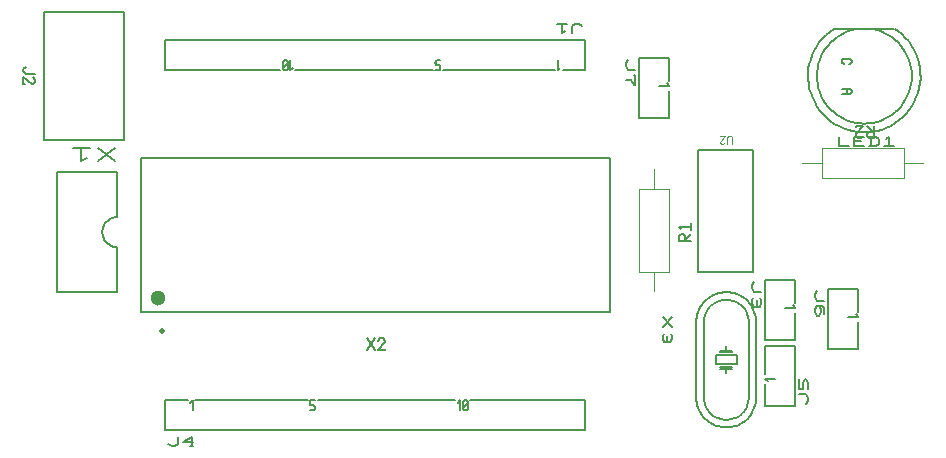
<source format=gbr>
G04 Generated by Ultiboard 14.0 *
%FSLAX24Y24*%
%MOIN*%

%ADD10C,0.0001*%
%ADD11C,0.0080*%
%ADD12C,0.0044*%
%ADD13C,0.0079*%
%ADD14C,0.0039*%
%ADD15C,0.0061*%
%ADD16C,0.01969*%
%ADD17C,0.05118*%


G04 ColorRGB FFFF00 for the following layer *
%LNSilkscreen Top*%
%LPD*%
G54D10*
G54D11*
X31576Y17263D02*
X31278Y16930D01*
X31278Y17263D02*
X31576Y16930D01*
X31546Y16708D02*
X31576Y16652D01*
X31576Y16541D01*
X31516Y16430D01*
X31457Y16430D01*
X31427Y16485D01*
X31397Y16430D01*
X31338Y16430D01*
X31278Y16541D01*
X31278Y16652D01*
X31308Y16708D01*
X31427Y16652D02*
X31427Y16485D01*
X32400Y17092D02*
X32400Y14592D01*
X32650Y17092D02*
X32650Y14592D01*
X34150Y17092D02*
X34150Y14592D01*
X34400Y17092D02*
X34400Y14592D01*
X33050Y15992D02*
X33050Y15692D01*
X33750Y15692D02*
X33750Y15992D01*
X34400Y17092D02*
X34396Y17179D01*
X34385Y17265D01*
X34366Y17350D01*
X34340Y17434D01*
X34306Y17514D01*
X34266Y17592D01*
X34219Y17665D01*
X34166Y17734D01*
X34107Y17799D01*
X34043Y17858D01*
X33974Y17911D01*
X33900Y17958D01*
X33823Y17998D01*
X33742Y18031D01*
X33659Y18058D01*
X33574Y18076D01*
X33487Y18088D01*
X33400Y18092D01*
X33313Y18088D01*
X33226Y18076D01*
X33141Y18058D01*
X33058Y18031D01*
X32977Y17998D01*
X32900Y17958D01*
X32826Y17911D01*
X32757Y17858D01*
X32693Y17799D01*
X32634Y17734D01*
X32581Y17665D01*
X32534Y17592D01*
X32494Y17514D01*
X32460Y17434D01*
X32434Y17350D01*
X32415Y17265D01*
X32404Y17179D01*
X32400Y17092D01*
X32400Y17092D01*
X34150Y17092D02*
X34147Y17157D01*
X34139Y17222D01*
X34124Y17286D01*
X34105Y17348D01*
X34080Y17409D01*
X34050Y17467D01*
X34014Y17522D01*
X33975Y17574D01*
X33930Y17622D01*
X33882Y17666D01*
X33830Y17706D01*
X33775Y17741D01*
X33717Y17771D01*
X33657Y17796D01*
X33594Y17816D01*
X33530Y17830D01*
X33465Y17839D01*
X33400Y17842D01*
X33335Y17839D01*
X33270Y17830D01*
X33206Y17816D01*
X33143Y17796D01*
X33083Y17771D01*
X33025Y17741D01*
X32970Y17706D01*
X32918Y17666D01*
X32870Y17622D01*
X32825Y17574D01*
X32786Y17522D01*
X32750Y17467D01*
X32720Y17409D01*
X32695Y17348D01*
X32676Y17286D01*
X32661Y17222D01*
X32653Y17157D01*
X32650Y17092D01*
X32650Y17092D01*
X33750Y15992D02*
X33050Y15992D01*
X33200Y16092D02*
X33600Y16092D01*
X33600Y16142D02*
X33200Y16142D01*
X33400Y16142D02*
X33400Y16292D01*
X32400Y14592D02*
X32404Y14504D01*
X32415Y14418D01*
X32434Y14333D01*
X32460Y14250D01*
X32494Y14169D01*
X32534Y14092D01*
X32581Y14018D01*
X32634Y13949D01*
X32693Y13885D01*
X32757Y13826D01*
X32826Y13773D01*
X32900Y13726D01*
X32977Y13685D01*
X33058Y13652D01*
X33141Y13626D01*
X33226Y13607D01*
X33313Y13595D01*
X33400Y13592D01*
X33487Y13595D01*
X33574Y13607D01*
X33659Y13626D01*
X33742Y13652D01*
X33823Y13685D01*
X33900Y13726D01*
X33974Y13773D01*
X34043Y13826D01*
X34107Y13885D01*
X34166Y13949D01*
X34219Y14018D01*
X34266Y14092D01*
X34306Y14169D01*
X34340Y14250D01*
X34366Y14333D01*
X34385Y14418D01*
X34396Y14504D01*
X34400Y14592D01*
X34400Y14592D01*
X32650Y14592D02*
X32653Y14526D01*
X32661Y14461D01*
X32676Y14398D01*
X32695Y14335D01*
X32720Y14275D01*
X32750Y14217D01*
X32786Y14161D01*
X32825Y14110D01*
X32870Y14061D01*
X32918Y14017D01*
X32970Y13977D01*
X33025Y13942D01*
X33083Y13912D01*
X33143Y13887D01*
X33206Y13867D01*
X33270Y13853D01*
X33335Y13845D01*
X33400Y13842D01*
X33465Y13845D01*
X33530Y13853D01*
X33594Y13867D01*
X33657Y13887D01*
X33717Y13912D01*
X33775Y13942D01*
X33830Y13977D01*
X33882Y14017D01*
X33930Y14061D01*
X33975Y14110D01*
X34014Y14161D01*
X34050Y14217D01*
X34080Y14275D01*
X34105Y14335D01*
X34124Y14398D01*
X34139Y14461D01*
X34147Y14526D01*
X34150Y14592D01*
X34150Y14592D01*
X33750Y15692D02*
X33050Y15692D01*
X33600Y15592D02*
X33200Y15592D01*
X33600Y15542D02*
X33200Y15542D01*
X33400Y15542D02*
X33400Y15392D01*
X13017Y22485D02*
X12461Y22908D01*
X13017Y22908D02*
X12461Y22485D01*
X12091Y22570D02*
X11906Y22485D01*
X11906Y22908D01*
X12184Y22908D02*
X11628Y22908D01*
X13100Y18100D02*
X13100Y19600D01*
X11100Y22100D02*
X11100Y18100D01*
X13100Y22100D02*
X11100Y22100D01*
X13100Y20600D02*
X13056Y20598D01*
X13013Y20592D01*
X12971Y20583D01*
X12929Y20570D01*
X12889Y20553D01*
X12850Y20533D01*
X12813Y20510D01*
X12779Y20483D01*
X12746Y20454D01*
X12717Y20421D01*
X12690Y20387D01*
X12667Y20350D01*
X12647Y20311D01*
X12630Y20271D01*
X12617Y20229D01*
X12608Y20187D01*
X12602Y20144D01*
X12600Y20100D01*
X12602Y20056D01*
X12608Y20013D01*
X12617Y19971D01*
X12630Y19929D01*
X12647Y19889D01*
X12667Y19850D01*
X12690Y19813D01*
X12717Y19779D01*
X12746Y19746D01*
X12779Y19717D01*
X12813Y19690D01*
X12850Y19667D01*
X12889Y19647D01*
X12929Y19630D01*
X12971Y19617D01*
X13013Y19608D01*
X13056Y19602D01*
X13100Y19600D01*
X13100Y20600D02*
X13100Y22100D01*
X11100Y18100D02*
X13100Y18100D01*
X37156Y23270D02*
X37156Y22973D01*
X37489Y22973D01*
X37989Y22973D02*
X37656Y22973D01*
X37656Y23121D01*
X37656Y23270D01*
X37989Y23270D01*
X37656Y23121D02*
X37878Y23121D01*
X38156Y22973D02*
X38378Y22973D01*
X38489Y23032D01*
X38489Y23211D01*
X38378Y23270D01*
X38156Y23270D01*
X38211Y23270D02*
X38211Y22973D01*
X38711Y23211D02*
X38822Y23270D01*
X38822Y22973D01*
X38656Y22973D02*
X38989Y22973D01*
X36979Y26873D02*
X36846Y26778D01*
X36721Y26671D01*
X36607Y26555D01*
X36503Y26428D01*
X36410Y26294D01*
X36329Y26151D01*
X36262Y26002D01*
X36207Y25848D01*
X36166Y25690D01*
X36139Y25529D01*
X36126Y25365D01*
X36128Y25202D01*
X36143Y25039D01*
X36173Y24878D01*
X36217Y24721D01*
X36274Y24567D01*
X36344Y24420D01*
X36427Y24279D01*
X36522Y24146D01*
X36629Y24021D01*
X36745Y23907D01*
X36872Y23803D01*
X37006Y23710D01*
X37149Y23629D01*
X37298Y23562D01*
X37452Y23507D01*
X37610Y23466D01*
X37771Y23439D01*
X37935Y23426D01*
X38098Y23428D01*
X38261Y23443D01*
X38422Y23473D01*
X38579Y23517D01*
X38733Y23574D01*
X38880Y23644D01*
X39021Y23727D01*
X39154Y23822D01*
X39279Y23929D01*
X39393Y24045D01*
X39497Y24172D01*
X39590Y24306D01*
X39671Y24449D01*
X39738Y24598D01*
X39793Y24752D01*
X39834Y24910D01*
X39861Y25071D01*
X39874Y25235D01*
X39872Y25398D01*
X39857Y25561D01*
X39827Y25722D01*
X39783Y25879D01*
X39726Y26033D01*
X39656Y26180D01*
X39573Y26321D01*
X39478Y26454D01*
X39371Y26579D01*
X39255Y26693D01*
X39128Y26797D01*
X39021Y26873D01*
X38000Y23717D02*
X38138Y23723D01*
X38275Y23741D01*
X38410Y23771D01*
X38542Y23812D01*
X38669Y23865D01*
X38792Y23929D01*
X38908Y24003D01*
X39018Y24087D01*
X39120Y24180D01*
X39213Y24282D01*
X39297Y24392D01*
X39371Y24508D01*
X39435Y24631D01*
X39488Y24758D01*
X39529Y24890D01*
X39559Y25025D01*
X39577Y25162D01*
X39583Y25300D01*
X39577Y25438D01*
X39559Y25575D01*
X39529Y25710D01*
X39488Y25842D01*
X39435Y25969D01*
X39371Y26092D01*
X39297Y26208D01*
X39213Y26318D01*
X39120Y26420D01*
X39018Y26513D01*
X38908Y26597D01*
X38792Y26671D01*
X38669Y26735D01*
X38542Y26788D01*
X38410Y26829D01*
X38275Y26859D01*
X38138Y26877D01*
X38000Y26883D01*
X37862Y26877D01*
X37725Y26859D01*
X37590Y26829D01*
X37458Y26788D01*
X37331Y26735D01*
X37208Y26671D01*
X37092Y26597D01*
X36982Y26513D01*
X36880Y26420D01*
X36787Y26318D01*
X36703Y26208D01*
X36629Y26092D01*
X36565Y25969D01*
X36512Y25842D01*
X36471Y25710D01*
X36441Y25575D01*
X36423Y25438D01*
X36417Y25300D01*
X36423Y25162D01*
X36441Y25025D01*
X36471Y24890D01*
X36512Y24758D01*
X36565Y24631D01*
X36629Y24508D01*
X36703Y24392D01*
X36787Y24282D01*
X36880Y24180D01*
X36982Y24087D01*
X37092Y24003D01*
X37208Y23929D01*
X37331Y23865D01*
X37458Y23812D01*
X37590Y23771D01*
X37725Y23741D01*
X37862Y23723D01*
X38000Y23717D01*
X37250Y24883D02*
X37500Y24883D01*
X37500Y24717D02*
X37507Y24717D01*
X37514Y24718D01*
X37522Y24720D01*
X37529Y24722D01*
X37535Y24724D01*
X37542Y24728D01*
X37548Y24732D01*
X37554Y24736D01*
X37559Y24741D01*
X37564Y24746D01*
X37568Y24752D01*
X37572Y24758D01*
X37576Y24765D01*
X37578Y24771D01*
X37580Y24778D01*
X37582Y24786D01*
X37583Y24793D01*
X37583Y24800D01*
X37583Y24807D01*
X37582Y24814D01*
X37580Y24822D01*
X37578Y24829D01*
X37576Y24835D01*
X37572Y24842D01*
X37568Y24848D01*
X37564Y24854D01*
X37559Y24859D01*
X37554Y24864D01*
X37548Y24868D01*
X37542Y24872D01*
X37535Y24876D01*
X37529Y24878D01*
X37522Y24880D01*
X37514Y24882D01*
X37507Y24883D01*
X37500Y24883D01*
X37417Y24883D02*
X37417Y24717D01*
X39000Y26883D02*
X37000Y26883D01*
X37333Y25883D02*
X37326Y25883D01*
X37319Y25882D01*
X37312Y25880D01*
X37305Y25878D01*
X37298Y25876D01*
X37292Y25872D01*
X37286Y25868D01*
X37280Y25864D01*
X37274Y25859D01*
X37270Y25854D01*
X37265Y25848D01*
X37261Y25842D01*
X37258Y25835D01*
X37255Y25829D01*
X37253Y25822D01*
X37251Y25814D01*
X37250Y25807D01*
X37250Y25800D01*
X37250Y25793D01*
X37251Y25786D01*
X37253Y25778D01*
X37255Y25771D01*
X37258Y25765D01*
X37261Y25758D01*
X37265Y25752D01*
X37270Y25746D01*
X37274Y25741D01*
X37280Y25736D01*
X37286Y25732D01*
X37292Y25728D01*
X37298Y25724D01*
X37305Y25722D01*
X37312Y25720D01*
X37319Y25718D01*
X37326Y25717D01*
X37333Y25717D01*
X37333Y25717D01*
X37500Y25717D02*
X37507Y25717D01*
X37514Y25718D01*
X37522Y25720D01*
X37529Y25722D01*
X37535Y25724D01*
X37542Y25728D01*
X37548Y25732D01*
X37554Y25736D01*
X37559Y25741D01*
X37564Y25746D01*
X37568Y25752D01*
X37572Y25758D01*
X37576Y25765D01*
X37578Y25771D01*
X37580Y25778D01*
X37582Y25786D01*
X37583Y25793D01*
X37583Y25800D01*
X37583Y25807D01*
X37582Y25814D01*
X37580Y25822D01*
X37578Y25829D01*
X37576Y25835D01*
X37572Y25842D01*
X37568Y25848D01*
X37564Y25854D01*
X37559Y25859D01*
X37554Y25864D01*
X37548Y25868D01*
X37542Y25872D01*
X37535Y25876D01*
X37529Y25878D01*
X37522Y25880D01*
X37514Y25882D01*
X37507Y25883D01*
X37500Y25883D01*
X37333Y25883D02*
X37500Y25883D01*
X37250Y24717D02*
X37500Y24717D01*
X30132Y25844D02*
X30073Y25733D01*
X30073Y25622D01*
X30132Y25511D01*
X30370Y25511D01*
X30073Y25178D02*
X30221Y25178D01*
X30311Y25011D01*
X30370Y25011D01*
X30370Y25344D01*
X30311Y25344D01*
X30500Y23900D02*
X30500Y25900D01*
X31500Y25150D02*
X31500Y25900D01*
X30500Y25900D01*
X31500Y23900D02*
X31500Y24817D01*
X31500Y24983D02*
X31167Y24983D01*
X31417Y25067D02*
X31500Y24983D01*
X31500Y23900D02*
X30500Y23900D01*
X36432Y18144D02*
X36373Y18033D01*
X36373Y17922D01*
X36432Y17811D01*
X36670Y17811D01*
X36670Y17367D02*
X36670Y17533D01*
X36611Y17644D01*
X36492Y17644D01*
X36432Y17644D01*
X36373Y17533D01*
X36373Y17422D01*
X36432Y17311D01*
X36492Y17311D01*
X36551Y17422D01*
X36551Y17533D01*
X36492Y17644D01*
X36800Y16200D02*
X36800Y18200D01*
X37800Y17450D02*
X37800Y18200D01*
X36800Y18200D01*
X37800Y16200D02*
X37800Y17117D01*
X37800Y17283D02*
X37467Y17283D01*
X37717Y17367D02*
X37800Y17283D01*
X37800Y16200D02*
X36800Y16200D01*
X36068Y14356D02*
X36127Y14467D01*
X36127Y14578D01*
X36068Y14689D01*
X35830Y14689D01*
X35830Y15189D02*
X35830Y14856D01*
X35949Y14856D01*
X35949Y15078D01*
X36008Y15189D01*
X36068Y15189D01*
X36127Y15078D01*
X36127Y14856D01*
X35700Y16300D02*
X35700Y14300D01*
X34700Y15050D02*
X34700Y14300D01*
X35700Y14300D01*
X34700Y16300D02*
X34700Y15383D01*
X34700Y15217D02*
X35033Y15217D01*
X34783Y15133D02*
X34700Y15217D01*
X34700Y16300D02*
X35700Y16300D01*
X14806Y13032D02*
X14917Y12973D01*
X15028Y12973D01*
X15139Y13032D01*
X15139Y13270D01*
X15639Y13092D02*
X15306Y13092D01*
X15583Y13270D01*
X15583Y12973D01*
X15528Y12973D02*
X15639Y12973D01*
X28700Y13500D02*
X14700Y13500D01*
X28700Y14500D02*
X24867Y14500D01*
X14700Y13500D02*
X14700Y14500D01*
X19783Y14500D02*
X24367Y14500D01*
X15700Y14500D02*
X19450Y14500D01*
X14700Y14500D02*
X15450Y14500D01*
X15617Y14500D02*
X15617Y14167D01*
X15533Y14417D02*
X15617Y14500D01*
X19617Y14167D02*
X19624Y14167D01*
X19631Y14168D01*
X19638Y14170D01*
X19645Y14172D01*
X19652Y14174D01*
X19658Y14178D01*
X19664Y14182D01*
X19670Y14186D01*
X19676Y14191D01*
X19680Y14196D01*
X19685Y14202D01*
X19689Y14208D01*
X19692Y14215D01*
X19695Y14221D01*
X19697Y14228D01*
X19699Y14236D01*
X19700Y14243D01*
X19700Y14250D01*
X19700Y14257D01*
X19699Y14264D01*
X19697Y14272D01*
X19695Y14279D01*
X19692Y14285D01*
X19689Y14292D01*
X19685Y14298D01*
X19680Y14304D01*
X19676Y14309D01*
X19670Y14314D01*
X19664Y14318D01*
X19658Y14322D01*
X19652Y14326D01*
X19645Y14328D01*
X19638Y14330D01*
X19631Y14332D01*
X19624Y14333D01*
X19617Y14333D01*
X19533Y14167D02*
X19617Y14167D01*
X19533Y14500D02*
X19700Y14500D01*
X19533Y14333D02*
X19617Y14333D01*
X19533Y14333D02*
X19533Y14500D01*
X24617Y14250D02*
X24617Y14243D01*
X24618Y14236D01*
X24620Y14228D01*
X24622Y14221D01*
X24624Y14215D01*
X24628Y14208D01*
X24632Y14202D01*
X24636Y14196D01*
X24641Y14191D01*
X24646Y14186D01*
X24652Y14182D01*
X24658Y14178D01*
X24665Y14174D01*
X24671Y14172D01*
X24678Y14170D01*
X24686Y14168D01*
X24693Y14167D01*
X24700Y14167D01*
X24707Y14167D01*
X24714Y14168D01*
X24722Y14170D01*
X24729Y14172D01*
X24735Y14174D01*
X24742Y14178D01*
X24748Y14182D01*
X24754Y14186D01*
X24759Y14191D01*
X24764Y14196D01*
X24768Y14202D01*
X24772Y14208D01*
X24776Y14215D01*
X24778Y14221D01*
X24780Y14228D01*
X24782Y14236D01*
X24783Y14243D01*
X24783Y14250D01*
X24783Y14417D02*
X24783Y14424D01*
X24782Y14431D01*
X24780Y14438D01*
X24778Y14445D01*
X24776Y14452D01*
X24772Y14458D01*
X24768Y14464D01*
X24764Y14470D01*
X24759Y14476D01*
X24754Y14480D01*
X24748Y14485D01*
X24742Y14489D01*
X24735Y14492D01*
X24729Y14495D01*
X24722Y14497D01*
X24714Y14499D01*
X24707Y14500D01*
X24700Y14500D01*
X24693Y14500D01*
X24686Y14499D01*
X24678Y14497D01*
X24671Y14495D01*
X24665Y14492D01*
X24658Y14489D01*
X24652Y14485D01*
X24646Y14480D01*
X24641Y14476D01*
X24636Y14470D01*
X24632Y14464D01*
X24628Y14458D01*
X24624Y14452D01*
X24622Y14445D01*
X24620Y14438D01*
X24618Y14431D01*
X24617Y14424D01*
X24617Y14417D01*
X24783Y14417D02*
X24617Y14250D01*
X24783Y14417D02*
X24783Y14250D01*
X24533Y14167D02*
X24533Y14500D01*
X24450Y14417D01*
X24617Y14250D02*
X24617Y14417D01*
X28700Y14500D02*
X28700Y13500D01*
X34332Y18444D02*
X34273Y18333D01*
X34273Y18222D01*
X34332Y18111D01*
X34570Y18111D01*
X34540Y17889D02*
X34570Y17833D01*
X34570Y17722D01*
X34511Y17611D01*
X34451Y17611D01*
X34421Y17667D01*
X34392Y17611D01*
X34332Y17611D01*
X34273Y17722D01*
X34273Y17833D01*
X34302Y17889D01*
X34421Y17833D02*
X34421Y17667D01*
X34700Y16500D02*
X34700Y18500D01*
X35700Y17750D02*
X35700Y18500D01*
X34700Y18500D01*
X35700Y16500D02*
X35700Y17417D01*
X35700Y17583D02*
X35367Y17583D01*
X35617Y17667D02*
X35700Y17583D01*
X35700Y16500D02*
X34700Y16500D01*
X28594Y26968D02*
X28483Y27027D01*
X28372Y27027D01*
X28261Y26968D01*
X28261Y26730D01*
X28039Y26789D02*
X27928Y26730D01*
X27928Y27027D01*
X28094Y27027D02*
X27761Y27027D01*
X14700Y26500D02*
X28700Y26500D01*
X14700Y25500D02*
X18533Y25500D01*
X28700Y26500D02*
X28700Y25500D01*
X23617Y25500D02*
X19033Y25500D01*
X27700Y25500D02*
X23950Y25500D01*
X28700Y25500D02*
X27950Y25500D01*
X27783Y25500D02*
X27783Y25833D01*
X27867Y25583D02*
X27783Y25500D01*
X23783Y25833D02*
X23776Y25833D01*
X23769Y25832D01*
X23762Y25830D01*
X23755Y25828D01*
X23748Y25826D01*
X23742Y25822D01*
X23736Y25818D01*
X23730Y25814D01*
X23724Y25809D01*
X23720Y25804D01*
X23715Y25798D01*
X23711Y25792D01*
X23708Y25785D01*
X23705Y25779D01*
X23703Y25772D01*
X23701Y25764D01*
X23700Y25757D01*
X23700Y25750D01*
X23700Y25743D01*
X23701Y25736D01*
X23703Y25728D01*
X23705Y25721D01*
X23708Y25715D01*
X23711Y25708D01*
X23715Y25702D01*
X23720Y25696D01*
X23724Y25691D01*
X23730Y25686D01*
X23736Y25682D01*
X23742Y25678D01*
X23748Y25674D01*
X23755Y25672D01*
X23762Y25670D01*
X23769Y25668D01*
X23776Y25667D01*
X23783Y25667D01*
X23867Y25833D02*
X23783Y25833D01*
X23867Y25500D02*
X23700Y25500D01*
X23867Y25667D02*
X23783Y25667D01*
X23867Y25667D02*
X23867Y25500D01*
X18783Y25750D02*
X18783Y25757D01*
X18782Y25764D01*
X18780Y25772D01*
X18778Y25779D01*
X18776Y25785D01*
X18772Y25792D01*
X18768Y25798D01*
X18764Y25804D01*
X18759Y25809D01*
X18754Y25814D01*
X18748Y25818D01*
X18742Y25822D01*
X18735Y25826D01*
X18729Y25828D01*
X18722Y25830D01*
X18714Y25832D01*
X18707Y25833D01*
X18700Y25833D01*
X18693Y25833D01*
X18686Y25832D01*
X18678Y25830D01*
X18671Y25828D01*
X18665Y25826D01*
X18658Y25822D01*
X18652Y25818D01*
X18646Y25814D01*
X18641Y25809D01*
X18636Y25804D01*
X18632Y25798D01*
X18628Y25792D01*
X18624Y25785D01*
X18622Y25779D01*
X18620Y25772D01*
X18618Y25764D01*
X18617Y25757D01*
X18617Y25750D01*
X18617Y25583D02*
X18617Y25576D01*
X18618Y25569D01*
X18620Y25562D01*
X18622Y25555D01*
X18624Y25548D01*
X18628Y25542D01*
X18632Y25536D01*
X18636Y25530D01*
X18641Y25524D01*
X18646Y25520D01*
X18652Y25515D01*
X18658Y25511D01*
X18665Y25508D01*
X18671Y25505D01*
X18678Y25503D01*
X18686Y25501D01*
X18693Y25500D01*
X18700Y25500D01*
X18707Y25500D01*
X18714Y25501D01*
X18722Y25503D01*
X18729Y25505D01*
X18735Y25508D01*
X18742Y25511D01*
X18748Y25515D01*
X18754Y25520D01*
X18759Y25524D01*
X18764Y25530D01*
X18768Y25536D01*
X18772Y25542D01*
X18776Y25548D01*
X18778Y25555D01*
X18780Y25562D01*
X18782Y25569D01*
X18783Y25576D01*
X18783Y25583D01*
X18617Y25583D02*
X18783Y25750D01*
X18617Y25583D02*
X18617Y25750D01*
X18867Y25833D02*
X18867Y25500D01*
X18950Y25583D01*
X18783Y25750D02*
X18783Y25583D01*
X14700Y25500D02*
X14700Y26500D01*
X21439Y16561D02*
X21674Y16167D01*
X21439Y16167D02*
X21674Y16561D01*
X21792Y16482D02*
X21870Y16561D01*
X21949Y16561D01*
X22027Y16482D01*
X22027Y16443D01*
X21792Y16167D01*
X22027Y16167D01*
X22027Y16206D01*
X29525Y22578D02*
X13875Y22578D01*
X13875Y17422D02*
X29525Y17422D01*
X13875Y22578D02*
X13875Y17422D01*
X29525Y17422D02*
X29525Y22578D01*
X32220Y19805D02*
X31827Y19805D01*
X31827Y19961D01*
X31906Y20040D01*
X31945Y20040D01*
X32024Y19961D01*
X32024Y19805D01*
X32024Y19844D02*
X32220Y20040D01*
X31906Y20197D02*
X31827Y20275D01*
X32220Y20275D01*
X32220Y20157D02*
X32220Y20392D01*
X38314Y23632D02*
X38314Y23239D01*
X38157Y23239D01*
X38078Y23317D01*
X38078Y23357D01*
X38157Y23435D01*
X38314Y23435D01*
X38274Y23435D02*
X38078Y23632D01*
X37961Y23317D02*
X37882Y23239D01*
X37804Y23239D01*
X37726Y23317D01*
X37726Y23357D01*
X37961Y23632D01*
X37726Y23632D01*
X37726Y23593D01*
G54D12*
X33603Y23029D02*
X33603Y23257D01*
X33546Y23314D01*
X33489Y23314D01*
X33432Y23257D01*
X33432Y23029D01*
X33347Y23086D02*
X33290Y23029D01*
X33233Y23029D01*
X33176Y23086D01*
X33176Y23114D01*
X33347Y23314D01*
X33176Y23314D01*
X33176Y23286D01*
G54D13*
X34300Y18772D02*
X32450Y18772D01*
X32450Y22828D01*
X34300Y22828D01*
X34300Y18772D01*
X13339Y27440D02*
X10661Y27440D01*
X10661Y23160D01*
X13339Y23160D01*
X13339Y27440D01*
G54D14*
X30492Y18781D02*
X31496Y18781D01*
X31496Y21537D01*
X30492Y21537D01*
X30492Y18781D01*
X31000Y18151D02*
X31000Y18781D01*
X31000Y21537D02*
X31000Y22206D01*
X39337Y21904D02*
X36581Y21904D01*
X36581Y22908D01*
X39337Y22908D01*
X39337Y21904D01*
X39967Y22412D02*
X39337Y22412D01*
X36581Y22412D02*
X35912Y22412D01*
G54D15*
X10051Y25614D02*
X9972Y25535D01*
X9972Y25457D01*
X10051Y25378D01*
X10366Y25378D01*
X10287Y25261D02*
X10366Y25182D01*
X10366Y25104D01*
X10287Y25026D01*
X10248Y25026D01*
X9972Y25261D01*
X9972Y25026D01*
X10012Y25026D01*
G54D16*
X14602Y16800D03*
G54D17*
X14444Y17900D03*

M02*

</source>
